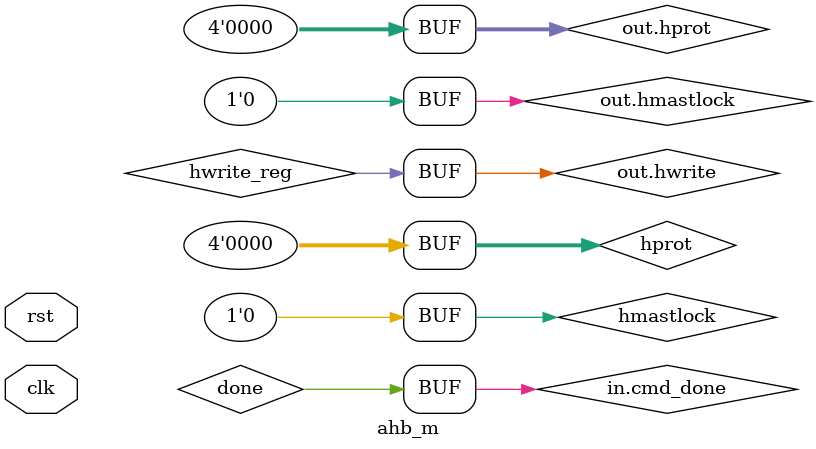
<source format=sv>
`timescale 1ns/1ps

interface cmd_if #(parameter ADDRW = 32, parameter BYTE_CNTw = 16, parameter DATAW = 256);
  
  logic req,wr;
  logic [BYTE_CNTw-1:0] byte_cnt;
  logic [ADDRW-1:0] start_addr;
  logic [DATAW-1:0] wdata;
  logic cmd_done,wr_done,req_ack;
  
  modport master (input cmd_done,wr_done,req_ack, output req,byte_cnt,start_addr,wr,wdata);
  modport slave (input req,byte_cnt,start_addr,wr,wdata, output cmd_done,req_ack,wr_done);
  
endinterface

interface ahb_if #(parameter ADDRW = 32, parameter DATAW = 256);
  
  logic hwrite;
  logic [DATAW-1:0] hwdata, hrdata;
  logic [ADDRW-1:0] haddr;
  logic [2:0] hsize, hburst;
  logic [1:0] htrans;
  logic [3:0] hprot;
  logic hmastlock;
  logic hready, hresp;
  logic hresetn, hclk;
  
  modport master (input hresetn, hclk, hready, hresp, hrdata, output hwdata, haddr, hwrite, hsize, hburst, htrans, hprot, hmastlock);
  modport slave (input hwdata, haddr, hwrite, hsize, hburst, htrans, hprot, hmastlock, output hresetn, hclk, hready, hresp, hrdata);
  
endinterface

module ahb_m(clk, rst);
  
  parameter ADDRW = 32;
  parameter DATAW = 256;
  parameter BYTE_CNTw = 16;
  parameter DATA_BYTES = DATAW/8;
  
  input logic clk,rst;
  cmd_if in(.*); 
  ahb_if out(.*);
  
  logic hwrite_reg, hwrite_nxt;
  logic [DATAW-1:0] hwdata_reg, hrdata_reg, hwdata_nxt, hrdata_nxt;
  logic [ADDRW-1:0] haddr_reg, haddr_nxt;
  logic [2:0] hsize_reg, hburst_reg, hsize_nxt, hburst_nxt;
  logic [1:0] htrans_reg, htrans_nxt;
  logic [3:0] hprot;
  logic [3:0] seq_cnt, seq_cnt_nxt, total_seq_cnt, total_seq_cnt_nxt;
  logic hmastlock;
  logic hready, hresp;
  logic done,wr_done, req_ack;
  logic [BYTE_CNTw-1:0] byte_cnt, byte_cnt_nxt;
  logic [DATAW-1:0] wdata_reg, wdata_nxt;
  
  //state enum  
  typedef enum logic [1:0] {IDLE, START, FX_INCR, UN_INCR} state;
  state pr_state,nx_state;
  
  
  //Driving master output from flops
  always_comb out.haddr   = haddr_reg;
  always_comb out.hwdata  = wdata_reg;
  always_comb out.hwrite  = hwrite_reg;
  always_comb out.hsize   = hsize_reg;
  always_comb out.hburst  = hburst_reg;
  always_comb out.htrans  = htrans_reg;
  always_comb out.hmastlock= hmastlock;
  always_comb out.hprot   = hprot;
    
  
  assign in.cmd_done = done;
  assign in.req_ack = req_ack;
  assign in.wr_done = (out.hwrite && out.htrans!='0 && out.hready) ? '1 : '0;
  
  assign hmastlock = '0;
  assign hprot = '0;
  assign wdata_nxt = (out.hwrite && out.htrans!='0) ? in.wdata : wdata_reg;
  assign hrdata_nxt = (!out.hwrite && out.htrans!='0 && out.hready && out.hresp) ? out.hrdata : hrdata_reg;
  

  //penable to be low during setup phase only
  always_ff @(posedge clk or negedge rst) begin
    if (!rst) begin
      wdata_reg  <= '0;
      hrdata_reg <= '0;
    end
    else begin 
      wdata_reg  <= wdata_nxt;
      hrdata_reg <= hrdata_nxt;
    end
  end
  
  always_ff @(posedge clk or negedge rst) begin
    if (!rst) begin
      haddr_reg   <= '0;
      hwdata_reg  <= '0;
      hwrite_reg  <= '0;
      hsize_reg   <= '0;
      hburst_reg  <= '0;
      htrans_reg  <= '0;
      seq_cnt     <= '0;
      byte_cnt    <= '0;
      total_seq_cnt<= '0;
      pr_state    <= IDLE;
    end
    else if (out.hready) begin //hready dependent flops
      pr_state    <= nx_state;
      haddr_reg   <= haddr_nxt;
      hwdata_reg  <= wdata_reg;
      hwrite_reg  <= hwrite_nxt;
      hsize_reg   <= hsize_nxt;
      hburst_reg  <= hburst_nxt;
      htrans_reg  <= htrans_nxt;
      seq_cnt     <= seq_cnt_nxt;
      byte_cnt    <= byte_cnt_nxt;
      total_seq_cnt<= total_seq_cnt_nxt;
    end
  end
  
  always_comb begin
      nx_state    = pr_state; //default case values
      haddr_nxt   = haddr_reg;
      hwdata_nxt  = hwdata_reg;
      hwrite_nxt  = hwrite_reg;
      hsize_nxt   = hsize_reg;
      hburst_nxt  = hburst_reg;
      htrans_nxt  = htrans_reg;
      byte_cnt_nxt= byte_cnt;
      seq_cnt_nxt = seq_cnt;
      total_seq_cnt_nxt = total_seq_cnt;
      done        = '0;
      req_ack     = '1; 
          
    case (pr_state) 
      IDLE : begin
              if (in.req) begin
                 nx_state     = START;
                 req_ack     = '0;
               end  
             end
      
      START : begin
                req_ack     = '0;
                haddr_nxt    = in.start_addr;
                hwrite_nxt   = in.wr;
                hwdata_nxt   = in.wdata;
                hsize_nxt    = 3'd2;
                htrans_nxt   = 2'd2;
                seq_cnt_nxt  = '0;
        
                if (in.byte_cnt%DATA_BYTES == '0 && in.byte_cnt!=512 && in.byte_cnt!=256 && in.byte_cnt!=128) begin
                  nx_state     = UN_INCR;
                  hburst_nxt   = 3'd1;
                  byte_cnt_nxt = in.byte_cnt - 16'd32;
                end
                else if  (in.byte_cnt>=512) begin
                  nx_state          = FX_INCR;
                  byte_cnt_nxt      = in.byte_cnt - 16'd512;
                  total_seq_cnt_nxt = 4'd15;
                  hburst_nxt        = 3'd7; 
                end
                else if  (in.byte_cnt>=256) begin
                  nx_state = FX_INCR;
                  byte_cnt_nxt = in.byte_cnt - 16'd256;
                  total_seq_cnt_nxt = 4'd7;
                  hburst_nxt   = 3'd5; 
                end
                else if  (in.byte_cnt>=128) begin
                  nx_state = FX_INCR;
                  byte_cnt_nxt = in.byte_cnt - 16'd128;
                  total_seq_cnt_nxt = 4'd3;
                  hburst_nxt   = 3'd3; 
                end
                else begin
                  nx_state = UN_INCR;
                  hburst_nxt   = 3'd1;
                  byte_cnt_nxt = in.byte_cnt- 16'd32;
                end
              end
      
     FX_INCR : begin
                 if (seq_cnt == total_seq_cnt) begin
                   if (byte_cnt != 16'd0) begin
                     hsize_nxt    = 3'd2;
                     htrans_nxt   = 2'd2;
                     seq_cnt_nxt  = '0;
                     req_ack      = '0;
        
                     if  (byte_cnt%DATA_BYTES == '0 && byte_cnt!=512 && byte_cnt!=256 && byte_cnt!=128) begin
                       nx_state = UN_INCR;
                       hburst_nxt   = 3'd1;
                       byte_cnt_nxt = byte_cnt - 16'd32;
                     end
                     else if  (byte_cnt>=512) begin
                       nx_state     = FX_INCR;
                       byte_cnt_nxt = byte_cnt - 16'd512;
                       total_seq_cnt_nxt = 4'd15;
                       hburst_nxt   = 3'd7; 
                     end
                     else if  (byte_cnt>=256) begin
                       nx_state = FX_INCR;
                       byte_cnt_nxt = byte_cnt - 16'd256;
                       total_seq_cnt_nxt = 4'd7;
                       hburst_nxt   = 3'd5; 
                     end
                     else if  (byte_cnt>=128) begin
                       nx_state = FX_INCR;
                       byte_cnt_nxt = byte_cnt - 16'd128;
                       total_seq_cnt_nxt = 4'd3;
                       hburst_nxt   = 3'd3; 
                     end
                     else begin
                       nx_state = UN_INCR;
                       hburst_nxt   = 3'd1; 
                       byte_cnt_nxt = byte_cnt - 16'd32;
                     end
                   end
                   
                   else if (in.req) begin
                     done         = '1;
                     req_ack      = '0;
                     haddr_nxt    = in.start_addr;
                     hwrite_nxt   = in.wr;
                     hwdata_nxt   = in.wdata;
                     hsize_nxt    = 3'd2;
                     htrans_nxt   = 2'd2;
                     seq_cnt_nxt  = '0;
        
                     if  (in.byte_cnt%DATA_BYTES == '0 && in.byte_cnt!=512 && in.byte_cnt!=256 && in.byte_cnt!=128) begin
                       nx_state = UN_INCR;
                       hburst_nxt   = 3'd1;
                       byte_cnt_nxt = in.byte_cnt - 16'd32;
                     end
                     else if  (in.byte_cnt>=512) begin
                       nx_state     = FX_INCR;
                       byte_cnt_nxt = in.byte_cnt - 16'd512;
                       total_seq_cnt_nxt = 4'd15;
                       hburst_nxt   = 3'd7; 
                     end
                     else if  (in.byte_cnt>=256) begin
                       nx_state = FX_INCR;
                       byte_cnt_nxt = in.byte_cnt - 16'd256;
                       total_seq_cnt_nxt = 4'd7;
                       hburst_nxt   = 3'd5; 
                     end
                     else if  (in.byte_cnt>=128) begin
                       nx_state = FX_INCR;
                       byte_cnt_nxt = in.byte_cnt - 16'd128;
                       total_seq_cnt_nxt = 4'd3;
                       hburst_nxt   = 3'd3; 
                     end
                     else begin
                       nx_state = UN_INCR;
                       hburst_nxt   = 3'd1;
                       byte_cnt_nxt = in.byte_cnt - 16'd32;
                     end  
                   end
                   else begin 
                     done = '1;
                     nx_state = IDLE;
                     htrans_nxt = '0;
                     seq_cnt_nxt = '0;
                   end
                 end
        
                 else begin
                   htrans_nxt   = 2'd3;
                   seq_cnt_nxt  = seq_cnt + 4'd1;
                   haddr_nxt    = haddr_reg + 32'd32; // consider byte addresible slave
                   req_ack      = (seq_cnt==total_seq_cnt - 4'd1 && byte_cnt == DATA_BYTES) ? '1 : '0;
                 end   
               end
      
       UN_INCR : begin
                   if (byte_cnt == '0) begin
                     if (in.req) begin
                       done         = '1;
                       req_ack      = '0;
                       haddr_nxt    = in.start_addr;
                       hwrite_nxt   = in.wr;
                       hwdata_nxt   = in.wdata;
                       hsize_nxt    = 3'd2;
                       htrans_nxt   = 2'd2;
                       seq_cnt_nxt  = '0;
        
                       if  (in.byte_cnt%DATA_BYTES == '0 && in.byte_cnt!=512 && in.byte_cnt!=256 && in.byte_cnt!=128) begin
                         nx_state = UN_INCR;
                         hburst_nxt   = 3'd1;
                         byte_cnt_nxt = in.byte_cnt - 16'd32;
                       end
                       else if  (in.byte_cnt>=512) begin
                         nx_state     = FX_INCR;
                         byte_cnt_nxt = in.byte_cnt - 16'd512;
                         total_seq_cnt_nxt = 4'd15;
                         hburst_nxt   = 3'd7; 
                       end
                       else if  (in.byte_cnt>=256) begin
                         nx_state = FX_INCR;
                         byte_cnt_nxt = in.byte_cnt - 16'd256;
                         total_seq_cnt_nxt = 4'd7;
                         hburst_nxt   = 3'd5; 
                       end
                       else if  (in.byte_cnt>=128) begin
                         nx_state = FX_INCR;
                         byte_cnt_nxt = in.byte_cnt - 16'd128;
                         total_seq_cnt_nxt = 4'd3;
                         hburst_nxt   = 3'd3; 
                       end
                       else begin
                         nx_state = UN_INCR;
                         hburst_nxt   = 3'd1;
                         byte_cnt_nxt = in.byte_cnt - 16'd32;
                       end  
                     end
                     else begin 
                       done = '1;
                       nx_state = IDLE;
                       htrans_nxt = '0;
                       seq_cnt_nxt = '0;
                     end
                 end                   
                  
                 else begin
                     htrans_nxt    = (byte_cnt < DATA_BYTES) ? 2'd2 : 2'd3;
                     byte_cnt_nxt  = (byte_cnt < DATA_BYTES) ? '0 : byte_cnt - 16'd32;
                     haddr_nxt     = haddr_reg + 32'd32;
                     req_ack       = (byte_cnt<=DATA_BYTES) ? '1 : '0;
                 end
                   
               end
               
        endcase
      end

endmodule

</source>
